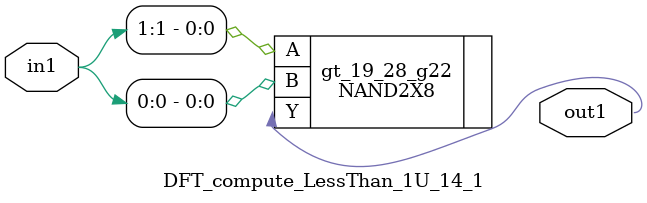
<source format=v>
`timescale 1ps / 1ps


module DFT_compute_LessThan_1U_14_1(in1, out1);
  input [1:0] in1;
  output out1;
  wire [1:0] in1;
  wire out1;
  NAND2X8 gt_19_28_g22(.A (in1[1]), .B (in1[0]), .Y (out1));
endmodule



</source>
